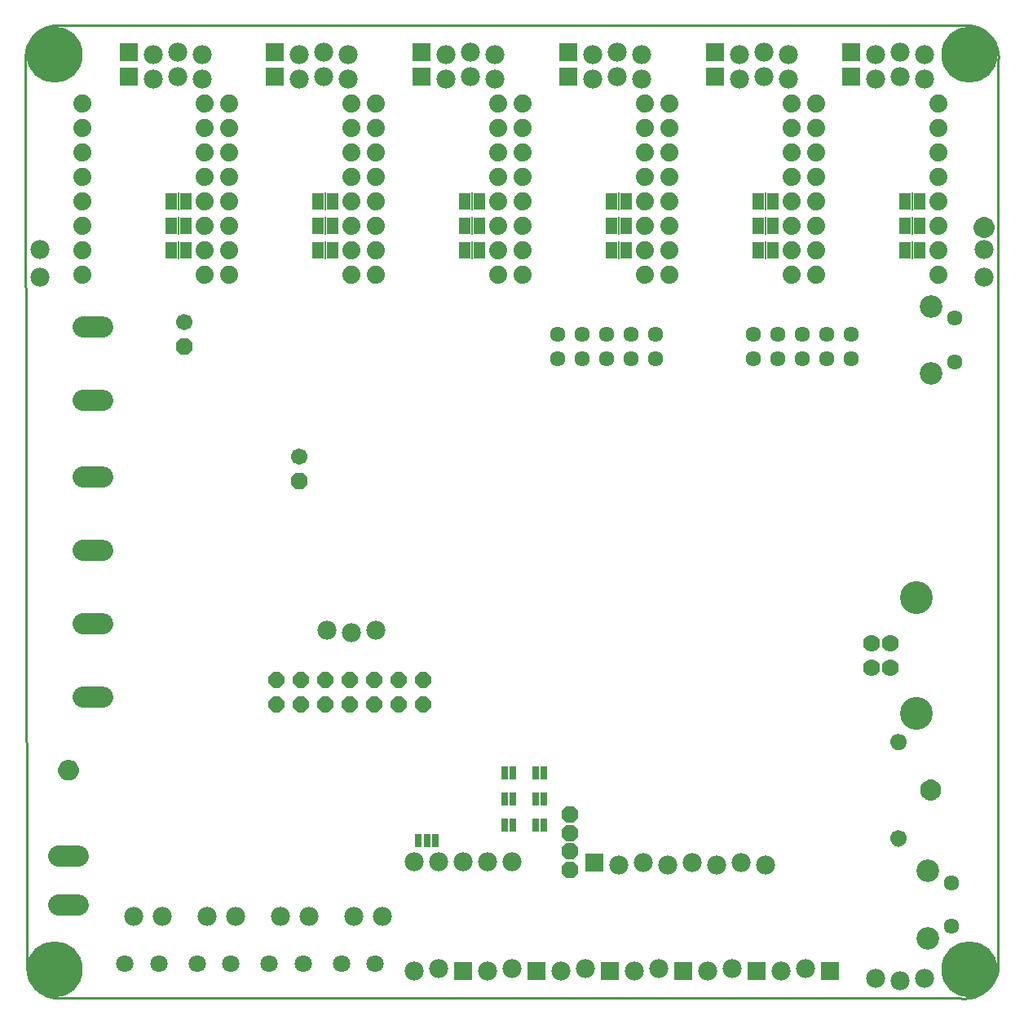
<source format=gbs>
G75*
G70*
%OFA0B0*%
%FSLAX24Y24*%
%IPPOS*%
%LPD*%
%AMOC8*
5,1,8,0,0,1.08239X$1,22.5*
%
%ADD10C,0.0100*%
%ADD11C,0.0700*%
%ADD12C,0.1340*%
%ADD13R,0.0290X0.0540*%
%ADD14C,0.0634*%
%ADD15OC8,0.0670*%
%ADD16C,0.0670*%
%ADD17C,0.0926*%
%ADD18C,0.0780*%
%ADD19C,0.0000*%
%ADD20C,0.0670*%
%ADD21R,0.0780X0.0780*%
%ADD22C,0.0740*%
%ADD23R,0.0500X0.0670*%
%ADD24R,0.0060X0.0720*%
%ADD25C,0.0865*%
%ADD26C,0.0709*%
%ADD27OC8,0.0640*%
%ADD28C,0.0050*%
%ADD29C,0.2290*%
D10*
X002393Y001821D02*
X002330Y038999D01*
X002331Y038998D02*
X002328Y039067D01*
X002329Y039135D01*
X002334Y039203D01*
X002343Y039271D01*
X002355Y039339D01*
X002371Y039405D01*
X002390Y039471D01*
X002413Y039535D01*
X002440Y039599D01*
X002470Y039660D01*
X002503Y039720D01*
X002539Y039778D01*
X002578Y039834D01*
X002621Y039888D01*
X002666Y039939D01*
X002714Y039988D01*
X002764Y040034D01*
X002817Y040078D01*
X002873Y040118D01*
X002930Y040156D01*
X002989Y040190D01*
X003050Y040221D01*
X003113Y040249D01*
X003177Y040273D01*
X003242Y040294D01*
X003308Y040311D01*
X003375Y040324D01*
X003443Y040334D01*
X003511Y040340D01*
X003511Y040341D02*
X040913Y040341D01*
X040983Y040333D01*
X041052Y040321D01*
X041121Y040306D01*
X041188Y040287D01*
X041255Y040264D01*
X041320Y040238D01*
X041384Y040208D01*
X041446Y040175D01*
X041506Y040138D01*
X041564Y040098D01*
X041619Y040056D01*
X041673Y040010D01*
X041724Y039961D01*
X041772Y039910D01*
X041817Y039856D01*
X041859Y039800D01*
X041898Y039741D01*
X041934Y039681D01*
X041967Y039619D01*
X041996Y039555D01*
X042022Y039489D01*
X042044Y039423D01*
X042062Y039355D01*
X042077Y039286D01*
X042088Y039217D01*
X042095Y039147D01*
X042099Y039077D01*
X042098Y039006D01*
X042094Y038936D01*
X042094Y001759D01*
X042095Y001759D02*
X042081Y001685D01*
X042063Y001613D01*
X042042Y001541D01*
X042016Y001471D01*
X041988Y001402D01*
X041955Y001334D01*
X041919Y001269D01*
X041880Y001205D01*
X041837Y001144D01*
X041792Y001085D01*
X041743Y001028D01*
X041691Y000974D01*
X041637Y000923D01*
X041580Y000874D01*
X041520Y000829D01*
X041459Y000787D01*
X041395Y000748D01*
X041329Y000712D01*
X041261Y000680D01*
X041192Y000652D01*
X041122Y000627D01*
X041050Y000606D01*
X040977Y000589D01*
X040904Y000576D01*
X040829Y000566D01*
X040755Y000561D01*
X040680Y000559D01*
X040605Y000561D01*
X040531Y000567D01*
X040457Y000577D01*
X040456Y000578D02*
X003699Y000578D01*
X003698Y000577D02*
X003629Y000578D01*
X003560Y000581D01*
X003492Y000589D01*
X003424Y000600D01*
X003356Y000615D01*
X003290Y000634D01*
X003224Y000656D01*
X003160Y000682D01*
X003098Y000711D01*
X003037Y000744D01*
X002978Y000779D01*
X002921Y000818D01*
X002866Y000860D01*
X002813Y000905D01*
X002763Y000953D01*
X002716Y001003D01*
X002671Y001056D01*
X002630Y001111D01*
X002591Y001168D01*
X002555Y001227D01*
X002523Y001288D01*
X002494Y001351D01*
X002469Y001415D01*
X002447Y001481D01*
X002429Y001547D01*
X002414Y001615D01*
X002403Y001683D01*
X002396Y001752D01*
X002392Y001821D01*
D11*
X036913Y014079D03*
X037693Y014079D03*
X037693Y015063D03*
X036913Y015063D03*
D12*
X038763Y016941D03*
X038763Y012201D03*
D13*
X023508Y009776D03*
X023184Y009776D03*
X022248Y009776D03*
X021924Y009776D03*
X021924Y008713D03*
X022248Y008713D03*
X023184Y008713D03*
X023508Y008713D03*
X023508Y007650D03*
X023184Y007650D03*
X022248Y007650D03*
X021924Y007650D03*
X019093Y006997D03*
X018743Y006997D03*
X018393Y006997D03*
D14*
X024080Y026703D03*
X024080Y027703D03*
X025080Y027703D03*
X026080Y027703D03*
X026080Y026703D03*
X025080Y026703D03*
X027080Y026703D03*
X027080Y027703D03*
X028080Y027703D03*
X028080Y026703D03*
X032080Y026703D03*
X032080Y027703D03*
X033080Y027703D03*
X034080Y027703D03*
X034080Y026703D03*
X033080Y026703D03*
X035080Y026703D03*
X035080Y027703D03*
X036080Y027703D03*
X036080Y026703D03*
X040322Y026593D03*
X040322Y028364D03*
X040197Y005286D03*
X040197Y003514D03*
D15*
X024580Y005828D03*
X024580Y006578D03*
X024580Y007328D03*
X024580Y008078D03*
X013526Y021727D03*
X008798Y027223D03*
D16*
X008798Y028223D03*
X013526Y022727D03*
D17*
X039338Y026101D03*
X039338Y028857D03*
X039213Y005778D03*
X039213Y003022D03*
D18*
X039080Y001378D03*
X038080Y001278D03*
X037080Y001378D03*
X034204Y001784D03*
X033204Y001684D03*
X031204Y001784D03*
X030204Y001684D03*
X028204Y001784D03*
X027204Y001684D03*
X025204Y001784D03*
X024204Y001684D03*
X022204Y001784D03*
X021204Y001684D03*
X019204Y001784D03*
X018204Y001684D03*
X016900Y003928D03*
X015760Y003928D03*
X013900Y003928D03*
X012760Y003928D03*
X010900Y003928D03*
X009760Y003928D03*
X007900Y003928D03*
X006760Y003928D03*
X018208Y006150D03*
X019208Y006150D03*
X020208Y006150D03*
X021208Y006150D03*
X022208Y006150D03*
X026580Y006028D03*
X027580Y006128D03*
X028580Y006028D03*
X029580Y006128D03*
X030580Y006028D03*
X031580Y006128D03*
X032580Y006028D03*
X016643Y015628D03*
X015643Y015528D03*
X014643Y015628D03*
X002924Y030039D03*
X002924Y031179D03*
X007536Y038153D03*
X007536Y039153D03*
X008536Y039253D03*
X009536Y039153D03*
X009536Y038153D03*
X008536Y038253D03*
X013518Y038153D03*
X014518Y038253D03*
X015518Y038153D03*
X015518Y039153D03*
X014518Y039253D03*
X013518Y039153D03*
X019518Y039153D03*
X019518Y038153D03*
X020518Y038253D03*
X021518Y038153D03*
X021518Y039153D03*
X020518Y039253D03*
X025518Y039153D03*
X026518Y039253D03*
X027518Y039153D03*
X027518Y038153D03*
X026518Y038253D03*
X025518Y038153D03*
X031518Y038153D03*
X032518Y038253D03*
X033518Y038153D03*
X033518Y039153D03*
X032518Y039253D03*
X031518Y039153D03*
X037080Y039153D03*
X038080Y039253D03*
X038080Y038253D03*
X037080Y038153D03*
X039080Y038153D03*
X039080Y039153D03*
X041518Y031179D03*
X041518Y030039D03*
D19*
X037684Y011046D02*
X037686Y011081D01*
X037692Y011116D01*
X037702Y011150D01*
X037715Y011183D01*
X037732Y011214D01*
X037753Y011242D01*
X037776Y011269D01*
X037803Y011292D01*
X037831Y011313D01*
X037862Y011330D01*
X037895Y011343D01*
X037929Y011353D01*
X037964Y011359D01*
X037999Y011361D01*
X038034Y011359D01*
X038069Y011353D01*
X038103Y011343D01*
X038136Y011330D01*
X038167Y011313D01*
X038195Y011292D01*
X038222Y011269D01*
X038245Y011242D01*
X038266Y011214D01*
X038283Y011183D01*
X038296Y011150D01*
X038306Y011116D01*
X038312Y011081D01*
X038314Y011046D01*
X038312Y011011D01*
X038306Y010976D01*
X038296Y010942D01*
X038283Y010909D01*
X038266Y010878D01*
X038245Y010850D01*
X038222Y010823D01*
X038195Y010800D01*
X038167Y010779D01*
X038136Y010762D01*
X038103Y010749D01*
X038069Y010739D01*
X038034Y010733D01*
X037999Y010731D01*
X037964Y010733D01*
X037929Y010739D01*
X037895Y010749D01*
X037862Y010762D01*
X037831Y010779D01*
X037803Y010800D01*
X037776Y010823D01*
X037753Y010850D01*
X037732Y010878D01*
X037715Y010909D01*
X037702Y010942D01*
X037692Y010976D01*
X037686Y011011D01*
X037684Y011046D01*
X037684Y007109D02*
X037686Y007144D01*
X037692Y007179D01*
X037702Y007213D01*
X037715Y007246D01*
X037732Y007277D01*
X037753Y007305D01*
X037776Y007332D01*
X037803Y007355D01*
X037831Y007376D01*
X037862Y007393D01*
X037895Y007406D01*
X037929Y007416D01*
X037964Y007422D01*
X037999Y007424D01*
X038034Y007422D01*
X038069Y007416D01*
X038103Y007406D01*
X038136Y007393D01*
X038167Y007376D01*
X038195Y007355D01*
X038222Y007332D01*
X038245Y007305D01*
X038266Y007277D01*
X038283Y007246D01*
X038296Y007213D01*
X038306Y007179D01*
X038312Y007144D01*
X038314Y007109D01*
X038312Y007074D01*
X038306Y007039D01*
X038296Y007005D01*
X038283Y006972D01*
X038266Y006941D01*
X038245Y006913D01*
X038222Y006886D01*
X038195Y006863D01*
X038167Y006842D01*
X038136Y006825D01*
X038103Y006812D01*
X038069Y006802D01*
X038034Y006796D01*
X037999Y006794D01*
X037964Y006796D01*
X037929Y006802D01*
X037895Y006812D01*
X037862Y006825D01*
X037831Y006842D01*
X037803Y006863D01*
X037776Y006886D01*
X037753Y006913D01*
X037732Y006941D01*
X037715Y006972D01*
X037702Y007005D01*
X037692Y007039D01*
X037686Y007074D01*
X037684Y007109D01*
D20*
X037999Y007109D03*
X037999Y011046D03*
D21*
X035204Y001684D03*
X032204Y001684D03*
X029204Y001684D03*
X026204Y001684D03*
X023204Y001684D03*
X020204Y001684D03*
X025580Y006128D03*
X024518Y038253D03*
X024518Y039253D03*
X030518Y039253D03*
X030518Y038253D03*
X036080Y038253D03*
X036080Y039253D03*
X018518Y039253D03*
X018518Y038253D03*
X012518Y038253D03*
X012518Y039253D03*
X006536Y039253D03*
X006536Y038253D03*
D22*
X004661Y037159D03*
X004661Y036159D03*
X004661Y035159D03*
X004661Y034159D03*
X004661Y033159D03*
X004661Y032159D03*
X004661Y031159D03*
X004661Y030159D03*
X009661Y030159D03*
X009661Y031159D03*
X009661Y032159D03*
X010658Y032159D03*
X010658Y031159D03*
X010658Y030159D03*
X010658Y033159D03*
X010658Y034159D03*
X009661Y034159D03*
X009661Y033159D03*
X009661Y035159D03*
X009661Y036159D03*
X010658Y036159D03*
X010658Y035159D03*
X010658Y037159D03*
X009661Y037159D03*
X015658Y037159D03*
X016658Y037159D03*
X016658Y036159D03*
X015658Y036159D03*
X015658Y035159D03*
X016658Y035159D03*
X016658Y034159D03*
X015658Y034159D03*
X015658Y033159D03*
X016658Y033159D03*
X016658Y032159D03*
X015658Y032159D03*
X015658Y031159D03*
X016658Y031159D03*
X016658Y030159D03*
X015658Y030159D03*
X021658Y030159D03*
X021658Y031159D03*
X021658Y032159D03*
X021658Y033159D03*
X021658Y034159D03*
X021658Y035159D03*
X021658Y036159D03*
X021658Y037159D03*
X022658Y037159D03*
X022658Y036159D03*
X022658Y035159D03*
X022658Y034159D03*
X022658Y033159D03*
X022658Y032159D03*
X022658Y031159D03*
X022658Y030159D03*
X027658Y030159D03*
X027658Y031159D03*
X027658Y032159D03*
X028658Y032159D03*
X028658Y031159D03*
X028658Y030159D03*
X028658Y033159D03*
X028658Y034159D03*
X027658Y034159D03*
X027658Y033159D03*
X027658Y035159D03*
X027658Y036159D03*
X028658Y036159D03*
X028658Y035159D03*
X028658Y037159D03*
X027658Y037159D03*
X033658Y037159D03*
X034658Y037159D03*
X034658Y036159D03*
X034658Y035159D03*
X033658Y035159D03*
X033658Y036159D03*
X033658Y034159D03*
X033658Y033159D03*
X034658Y033159D03*
X034658Y034159D03*
X034658Y032159D03*
X034658Y031159D03*
X034658Y030159D03*
X033658Y030159D03*
X033658Y031159D03*
X033658Y032159D03*
X039658Y032159D03*
X039658Y031159D03*
X039658Y030159D03*
X039658Y033159D03*
X039658Y034159D03*
X039658Y035159D03*
X039658Y036159D03*
X039658Y037159D03*
D23*
X038880Y033140D03*
X038280Y033140D03*
X038280Y032140D03*
X038880Y032140D03*
X038880Y031140D03*
X038280Y031140D03*
X032880Y031140D03*
X032280Y031140D03*
X032280Y032140D03*
X032880Y032140D03*
X032880Y033140D03*
X032280Y033140D03*
X026880Y033140D03*
X026280Y033140D03*
X026280Y032140D03*
X026880Y032140D03*
X026880Y031140D03*
X026280Y031140D03*
X020880Y031140D03*
X020280Y031140D03*
X020280Y032140D03*
X020880Y032140D03*
X020880Y033140D03*
X020280Y033140D03*
X014880Y033140D03*
X014280Y033140D03*
X014280Y032140D03*
X014880Y032140D03*
X014880Y031140D03*
X014280Y031140D03*
X008880Y031140D03*
X008280Y031140D03*
X008280Y032140D03*
X008880Y032140D03*
X008880Y033140D03*
X008280Y033140D03*
D24*
X008580Y033140D03*
X008580Y032140D03*
X008580Y031140D03*
X014580Y031140D03*
X014580Y032140D03*
X014580Y033140D03*
X020580Y033140D03*
X020580Y032140D03*
X020580Y031140D03*
X026580Y031140D03*
X026580Y032140D03*
X026580Y033140D03*
X032580Y033140D03*
X032580Y032140D03*
X032580Y031140D03*
X038580Y031140D03*
X038580Y032140D03*
X038580Y033140D03*
D25*
X005493Y028015D02*
X004668Y028015D01*
X004668Y025015D02*
X005493Y025015D01*
X005493Y021890D02*
X004668Y021890D01*
X004668Y018890D02*
X005493Y018890D01*
X005493Y015890D02*
X004668Y015890D01*
X004668Y012890D02*
X005493Y012890D01*
X004493Y006390D02*
X003668Y006390D01*
X003668Y004390D02*
X004493Y004390D01*
D26*
X006391Y001976D03*
X007769Y001976D03*
X009341Y001976D03*
X010719Y001976D03*
X012291Y001976D03*
X013669Y001976D03*
X015241Y001976D03*
X016619Y001976D03*
D27*
X016580Y012578D03*
X015580Y012578D03*
X015580Y013578D03*
X016580Y013578D03*
X017580Y013578D03*
X018580Y013578D03*
X018580Y012578D03*
X017580Y012578D03*
X014580Y012578D03*
X013580Y012578D03*
X012580Y012578D03*
X012580Y013578D03*
X013580Y013578D03*
X014580Y013578D03*
D28*
X004450Y010025D02*
X004468Y009958D01*
X004474Y009890D01*
X004468Y009822D01*
X004450Y009755D01*
X004421Y009693D01*
X004382Y009637D01*
X004333Y009588D01*
X004277Y009549D01*
X004215Y009520D01*
X004148Y009502D01*
X004080Y009496D01*
X004012Y009502D01*
X003945Y009520D01*
X003883Y009549D01*
X003827Y009588D01*
X003778Y009637D01*
X003739Y009693D01*
X003710Y009755D01*
X003692Y009822D01*
X003686Y009890D01*
X003692Y009958D01*
X003710Y010025D01*
X003739Y010087D01*
X003778Y010143D01*
X003827Y010192D01*
X003883Y010231D01*
X003945Y010260D01*
X004012Y010278D01*
X004080Y010284D01*
X004148Y010278D01*
X004215Y010260D01*
X004277Y010231D01*
X004333Y010192D01*
X004382Y010143D01*
X004421Y010087D01*
X004450Y010025D01*
X004445Y010035D02*
X003715Y010035D01*
X003700Y009987D02*
X004460Y009987D01*
X004469Y009938D02*
X003691Y009938D01*
X003686Y009890D02*
X004474Y009890D01*
X004469Y009841D02*
X003691Y009841D01*
X003700Y009793D02*
X004460Y009793D01*
X004445Y009744D02*
X003715Y009744D01*
X003738Y009696D02*
X004422Y009696D01*
X004389Y009647D02*
X003771Y009647D01*
X003817Y009599D02*
X004343Y009599D01*
X004278Y009550D02*
X003882Y009550D01*
X004020Y009502D02*
X004140Y009502D01*
X004422Y010084D02*
X003738Y010084D01*
X003771Y010132D02*
X004389Y010132D01*
X004344Y010181D02*
X003816Y010181D01*
X003880Y010229D02*
X004280Y010229D01*
X004149Y010278D02*
X004011Y010278D01*
X038936Y009078D02*
X038942Y009146D01*
X038960Y009212D01*
X038989Y009274D01*
X039028Y009331D01*
X039077Y009379D01*
X039133Y009418D01*
X039195Y009447D01*
X039262Y009465D01*
X039330Y009471D01*
X039398Y009465D01*
X039465Y009447D01*
X039527Y009418D01*
X039583Y009379D01*
X039632Y009331D01*
X039671Y009274D01*
X039700Y009212D01*
X039718Y009146D01*
X039724Y009078D01*
X039718Y009009D01*
X039700Y008943D01*
X039671Y008881D01*
X039632Y008824D01*
X039583Y008776D01*
X039527Y008737D01*
X039465Y008708D01*
X039398Y008690D01*
X039330Y008684D01*
X039262Y008690D01*
X039195Y008708D01*
X039133Y008737D01*
X039077Y008776D01*
X039028Y008824D01*
X038989Y008881D01*
X038960Y008943D01*
X038942Y009009D01*
X038936Y009078D01*
X038937Y009065D02*
X039723Y009065D01*
X039721Y009114D02*
X038939Y009114D01*
X038947Y009162D02*
X039713Y009162D01*
X039700Y009211D02*
X038960Y009211D01*
X038982Y009259D02*
X039678Y009259D01*
X039648Y009308D02*
X039012Y009308D01*
X039054Y009356D02*
X039606Y009356D01*
X039547Y009405D02*
X039113Y009405D01*
X039216Y009453D02*
X039444Y009453D01*
X039718Y009017D02*
X038942Y009017D01*
X038953Y008968D02*
X039707Y008968D01*
X039689Y008920D02*
X038971Y008920D01*
X038996Y008871D02*
X039664Y008871D01*
X039630Y008823D02*
X039030Y008823D01*
X039080Y008774D02*
X039580Y008774D01*
X039503Y008726D02*
X039157Y008726D01*
X041449Y031690D02*
X041383Y031708D01*
X041321Y031737D01*
X041264Y031776D01*
X041216Y031824D01*
X041177Y031881D01*
X041148Y031943D01*
X041130Y032009D01*
X041124Y032078D01*
X041130Y032146D01*
X041148Y032212D01*
X041177Y032274D01*
X041216Y032331D01*
X041264Y032379D01*
X041321Y032418D01*
X041383Y032447D01*
X041449Y032465D01*
X041518Y032471D01*
X041586Y032465D01*
X041652Y032447D01*
X041714Y032418D01*
X041771Y032379D01*
X041819Y032331D01*
X041858Y032274D01*
X041887Y032212D01*
X041905Y032146D01*
X041911Y032078D01*
X041905Y032009D01*
X041887Y031943D01*
X041858Y031881D01*
X041819Y031824D01*
X041771Y031776D01*
X041714Y031737D01*
X041652Y031708D01*
X041586Y031690D01*
X041518Y031684D01*
X041449Y031690D01*
X041368Y031715D02*
X041667Y031715D01*
X041752Y031763D02*
X041283Y031763D01*
X041229Y031812D02*
X041806Y031812D01*
X041844Y031860D02*
X041191Y031860D01*
X041163Y031909D02*
X041872Y031909D01*
X041891Y031957D02*
X041144Y031957D01*
X041131Y032006D02*
X041904Y032006D01*
X041909Y032054D02*
X041126Y032054D01*
X041126Y032103D02*
X041909Y032103D01*
X041904Y032151D02*
X041131Y032151D01*
X041144Y032200D02*
X041891Y032200D01*
X041871Y032248D02*
X041164Y032248D01*
X041192Y032297D02*
X041843Y032297D01*
X041804Y032345D02*
X041231Y032345D01*
X041285Y032394D02*
X041750Y032394D01*
X041664Y032442D02*
X041371Y032442D01*
D29*
X040913Y039160D03*
X003511Y039160D03*
X003511Y001759D03*
X040913Y001759D03*
M02*

</source>
